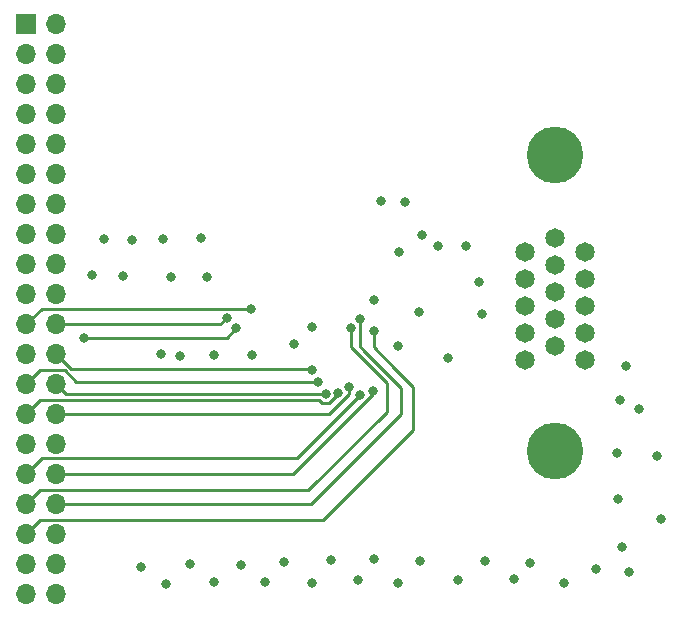
<source format=gbr>
%TF.GenerationSoftware,KiCad,Pcbnew,7.0.7*%
%TF.CreationDate,2023-11-25T23:50:18-06:00*%
%TF.ProjectId,DAC2DE0,44414332-4445-4302-9e6b-696361645f70,rev?*%
%TF.SameCoordinates,Original*%
%TF.FileFunction,Copper,L4,Bot*%
%TF.FilePolarity,Positive*%
%FSLAX46Y46*%
G04 Gerber Fmt 4.6, Leading zero omitted, Abs format (unit mm)*
G04 Created by KiCad (PCBNEW 7.0.7) date 2023-11-25 23:50:18*
%MOMM*%
%LPD*%
G01*
G04 APERTURE LIST*
%TA.AperFunction,ComponentPad*%
%ADD10R,1.700000X1.700000*%
%TD*%
%TA.AperFunction,ComponentPad*%
%ADD11O,1.700000X1.700000*%
%TD*%
%TA.AperFunction,ComponentPad*%
%ADD12C,4.800000*%
%TD*%
%TA.AperFunction,ComponentPad*%
%ADD13C,1.650000*%
%TD*%
%TA.AperFunction,ViaPad*%
%ADD14C,0.800000*%
%TD*%
%TA.AperFunction,Conductor*%
%ADD15C,0.250000*%
%TD*%
G04 APERTURE END LIST*
D10*
%TO.P,J3,1,Pin_1*%
%TO.N,/R0*%
X163474400Y-74117200D03*
D11*
%TO.P,J3,2,Pin_2*%
%TO.N,/R1*%
X166014400Y-74117200D03*
%TO.P,J3,3,Pin_3*%
%TO.N,/R2*%
X163474400Y-76657200D03*
%TO.P,J3,4,Pin_4*%
%TO.N,/R3*%
X166014400Y-76657200D03*
%TO.P,J3,5,Pin_5*%
%TO.N,/R4*%
X163474400Y-79197200D03*
%TO.P,J3,6,Pin_6*%
%TO.N,/R5*%
X166014400Y-79197200D03*
%TO.P,J3,7,Pin_7*%
%TO.N,/R6*%
X163474400Y-81737200D03*
%TO.P,J3,8,Pin_8*%
%TO.N,/R7*%
X166014400Y-81737200D03*
%TO.P,J3,9,Pin_9*%
%TO.N,/R8*%
X163474400Y-84277200D03*
%TO.P,J3,10,Pin_10*%
%TO.N,/R9*%
X166014400Y-84277200D03*
%TO.P,J3,11,Pin_11*%
%TO.N,unconnected-(J3-Pin_11-Pad11)*%
X163474400Y-86817200D03*
%TO.P,J3,12,Pin_12*%
%TO.N,GND*%
X166014400Y-86817200D03*
%TO.P,J3,13,Pin_13*%
%TO.N,/G0*%
X163474400Y-89357200D03*
%TO.P,J3,14,Pin_14*%
%TO.N,/G1*%
X166014400Y-89357200D03*
%TO.P,J3,15,Pin_15*%
%TO.N,/G2*%
X163474400Y-91897200D03*
%TO.P,J3,16,Pin_16*%
%TO.N,/G3*%
X166014400Y-91897200D03*
%TO.P,J3,17,Pin_17*%
%TO.N,/G4*%
X163474400Y-94437200D03*
%TO.P,J3,18,Pin_18*%
%TO.N,/G5*%
X166014400Y-94437200D03*
%TO.P,J3,19,Pin_19*%
%TO.N,/PCLK*%
X163474400Y-96977200D03*
%TO.P,J3,20,Pin_20*%
%TO.N,/G6*%
X166014400Y-96977200D03*
%TO.P,J3,21,Pin_21*%
%TO.N,/G7*%
X163474400Y-99517200D03*
%TO.P,J3,22,Pin_22*%
%TO.N,/G8*%
X166014400Y-99517200D03*
%TO.P,J3,23,Pin_23*%
%TO.N,/G9*%
X163474400Y-102057200D03*
%TO.P,J3,24,Pin_24*%
%TO.N,/B0*%
X166014400Y-102057200D03*
%TO.P,J3,25,Pin_25*%
%TO.N,/B1*%
X163474400Y-104597200D03*
%TO.P,J3,26,Pin_26*%
%TO.N,/B2*%
X166014400Y-104597200D03*
%TO.P,J3,27,Pin_27*%
%TO.N,/B3*%
X163474400Y-107137200D03*
%TO.P,J3,28,Pin_28*%
%TO.N,/B4*%
X166014400Y-107137200D03*
%TO.P,J3,29,Pin_29*%
%TO.N,+3.3V*%
X163474400Y-109677200D03*
%TO.P,J3,30,Pin_30*%
%TO.N,GND*%
X166014400Y-109677200D03*
%TO.P,J3,31,Pin_31*%
%TO.N,/B5*%
X163474400Y-112217200D03*
%TO.P,J3,32,Pin_32*%
%TO.N,/B6*%
X166014400Y-112217200D03*
%TO.P,J3,33,Pin_33*%
%TO.N,/B7*%
X163474400Y-114757200D03*
%TO.P,J3,34,Pin_34*%
%TO.N,/B8*%
X166014400Y-114757200D03*
%TO.P,J3,35,Pin_35*%
%TO.N,/B9*%
X163474400Y-117297200D03*
%TO.P,J3,36,Pin_36*%
%TO.N,/BLK*%
X166014400Y-117297200D03*
%TO.P,J3,37,Pin_37*%
%TO.N,unconnected-(J3-Pin_37-Pad37)*%
X163474400Y-119837200D03*
%TO.P,J3,38,Pin_38*%
%TO.N,unconnected-(J3-Pin_38-Pad38)*%
X166014400Y-119837200D03*
%TO.P,J3,39,Pin_39*%
%TO.N,/VSYNC*%
X163474400Y-122377200D03*
%TO.P,J3,40,Pin_40*%
%TO.N,/HSYNC*%
X166014400Y-122377200D03*
%TD*%
D12*
%TO.P,J1,MH2,MH2*%
%TO.N,GND*%
X208280000Y-110214800D03*
%TO.P,J1,MH1,MH1*%
X208280000Y-85224800D03*
D13*
%TO.P,J1,15,15*%
%TO.N,unconnected-(J1-Pad15)*%
X210820000Y-102549800D03*
%TO.P,J1,14,14*%
%TO.N,Net-(J1-Pad14)*%
X210820000Y-100259800D03*
%TO.P,J1,13,13*%
%TO.N,Net-(J1-Pad13)*%
X210820000Y-97969800D03*
%TO.P,J1,12,12*%
%TO.N,unconnected-(J1-Pad12)*%
X210820000Y-95679800D03*
%TO.P,J1,11,11*%
%TO.N,unconnected-(J1-Pad11)*%
X210820000Y-93389800D03*
%TO.P,J1,10,10*%
%TO.N,GND*%
X208280000Y-101404800D03*
%TO.P,J1,9,9*%
%TO.N,unconnected-(J1-Pad9)*%
X208280000Y-99114800D03*
%TO.P,J1,8,8*%
%TO.N,GND*%
X208280000Y-96824800D03*
%TO.P,J1,7,7*%
X208280000Y-94534800D03*
%TO.P,J1,6,6*%
X208280000Y-92244800D03*
%TO.P,J1,5,5*%
X205740000Y-102549800D03*
%TO.P,J1,4,4*%
%TO.N,unconnected-(J1-Pad4)*%
X205740000Y-100259800D03*
%TO.P,J1,3,3*%
%TO.N,/BLUE*%
X205740000Y-97969800D03*
%TO.P,J1,2,2*%
%TO.N,/GREEN*%
X205740000Y-95679800D03*
%TO.P,J1,1,1*%
%TO.N,/RED*%
X205740000Y-93389800D03*
%TD*%
D14*
%TO.N,GND*%
X195072000Y-93421200D03*
X201828400Y-95910400D03*
X214223600Y-103022400D03*
X213766400Y-105968800D03*
X215392000Y-106730800D03*
X213512400Y-110439200D03*
X216865200Y-110642400D03*
X213614000Y-114300000D03*
X217220800Y-115976400D03*
X213918800Y-118364000D03*
X214528400Y-120497600D03*
X211683600Y-120243600D03*
X209042000Y-121412000D03*
X206146400Y-119735600D03*
X204774800Y-121107200D03*
X202336400Y-119532400D03*
X199999600Y-121208800D03*
X196850000Y-119583200D03*
X194970400Y-121462800D03*
X192938400Y-119380000D03*
X191566800Y-121208800D03*
X189280800Y-119481600D03*
X187655200Y-121412000D03*
X185318400Y-119684800D03*
X183692800Y-121310400D03*
X181660800Y-119888000D03*
X179374800Y-121310400D03*
X177342800Y-119837200D03*
X175310800Y-121513600D03*
X173177200Y-120091200D03*
X172466000Y-92405200D03*
X170078400Y-92303600D03*
X175056800Y-92303600D03*
X178257200Y-92252800D03*
X178765200Y-95554800D03*
X175717200Y-95504000D03*
X171704000Y-95402400D03*
X169062400Y-95351600D03*
X182575200Y-102108000D03*
X179374800Y-102158800D03*
X176479200Y-102209600D03*
%TO.N,/BLK*%
X187706000Y-99771200D03*
%TO.N,GND*%
X186182000Y-101205100D03*
%TO.N,+3.3V*%
X174904400Y-102006400D03*
%TO.N,/B9*%
X192872900Y-100076000D03*
%TO.N,/B8*%
X191719200Y-99060000D03*
%TO.N,/B7*%
X190957200Y-99872800D03*
%TO.N,/B6*%
X192836800Y-105206800D03*
%TO.N,/B5*%
X191770000Y-105508100D03*
%TO.N,/B4*%
X190784382Y-104861409D03*
%TO.N,/B3*%
X189890400Y-105308400D03*
%TO.N,/B2*%
X188823600Y-105460800D03*
%TO.N,/B1*%
X188214000Y-104394000D03*
%TO.N,/B0*%
X187706000Y-103378000D03*
%TO.N,/G9*%
X181254400Y-99872800D03*
X168402000Y-100685600D03*
%TO.N,/G8*%
X180441600Y-98958400D03*
%TO.N,/G7*%
X182524400Y-98196400D03*
%TO.N,GND*%
X192887600Y-97485200D03*
%TO.N,+3.3V*%
X196748400Y-98501200D03*
X198374000Y-92862400D03*
X196951600Y-91998800D03*
X193548000Y-89052400D03*
%TO.N,GND*%
X195529200Y-89204800D03*
X200710800Y-92862400D03*
X194919600Y-101396800D03*
X199186800Y-102362000D03*
X202031600Y-98653600D03*
%TD*%
D15*
%TO.N,/B9*%
X192872900Y-101483700D02*
X192872900Y-100076000D01*
X194716400Y-103327200D02*
X192872900Y-101483700D01*
X196189600Y-104800400D02*
X194716400Y-103327200D01*
X196189600Y-108508800D02*
X196189600Y-104800400D01*
X188576200Y-116122200D02*
X196189600Y-108508800D01*
X164649400Y-116122200D02*
X188576200Y-116122200D01*
X163474400Y-117297200D02*
X164649400Y-116122200D01*
%TO.N,/B8*%
X191719200Y-101396800D02*
X191719200Y-99060000D01*
X192074800Y-101752400D02*
X191719200Y-101396800D01*
X195224400Y-107137200D02*
X195224400Y-104902000D01*
X187604400Y-114757200D02*
X195224400Y-107137200D01*
X166014400Y-114757200D02*
X187604400Y-114757200D01*
X195224400Y-104902000D02*
X192074800Y-101752400D01*
%TO.N,/B7*%
X192176400Y-102666800D02*
X190957200Y-101447600D01*
X194005200Y-104495600D02*
X192176400Y-102666800D01*
X187357000Y-113582200D02*
X194005200Y-106934000D01*
X194005200Y-106934000D02*
X194005200Y-104495600D01*
X190957200Y-101447600D02*
X190957200Y-99872800D01*
X164649400Y-113582200D02*
X187357000Y-113582200D01*
X163474400Y-114757200D02*
X164649400Y-113582200D01*
%TO.N,/B6*%
X192836800Y-105466605D02*
X192836800Y-105206800D01*
X186086205Y-112217200D02*
X192836800Y-105466605D01*
X166014400Y-112217200D02*
X186086205Y-112217200D01*
%TO.N,/B5*%
X186425900Y-110852200D02*
X191770000Y-105508100D01*
X164839400Y-110852200D02*
X186425900Y-110852200D01*
X163474400Y-112217200D02*
X164839400Y-110852200D01*
%TO.N,/B4*%
X190784382Y-105439723D02*
X190784382Y-104861409D01*
X189086905Y-107137200D02*
X190784382Y-105439723D01*
X166014400Y-107137200D02*
X189086905Y-107137200D01*
%TO.N,/B3*%
X189123905Y-106185800D02*
X189890400Y-105419305D01*
X188523295Y-106185800D02*
X189123905Y-106185800D01*
X188299695Y-105962200D02*
X188523295Y-106185800D01*
X164649400Y-105962200D02*
X188299695Y-105962200D01*
X189890400Y-105419305D02*
X189890400Y-105308400D01*
X163474400Y-107137200D02*
X164649400Y-105962200D01*
%TO.N,/B2*%
X166878000Y-105460800D02*
X188823600Y-105460800D01*
X166014400Y-104597200D02*
X166878000Y-105460800D01*
%TO.N,/B1*%
X167714804Y-104394000D02*
X188214000Y-104394000D01*
X166743004Y-103422200D02*
X167714804Y-104394000D01*
X164649400Y-103422200D02*
X166743004Y-103422200D01*
X163474400Y-104597200D02*
X164649400Y-103422200D01*
%TO.N,/B0*%
X187655200Y-103327200D02*
X187706000Y-103378000D01*
X171551600Y-103327200D02*
X187655200Y-103327200D01*
X167284400Y-103327200D02*
X171551600Y-103327200D01*
X166014400Y-102057200D02*
X167284400Y-103327200D01*
%TO.N,/G9*%
X168402000Y-100685600D02*
X180441600Y-100685600D01*
X180441600Y-100685600D02*
X181254400Y-99872800D01*
%TO.N,/G8*%
X179882800Y-99517200D02*
X180441600Y-98958400D01*
X166014400Y-99517200D02*
X179882800Y-99517200D01*
%TO.N,/G7*%
X164795200Y-98196400D02*
X182524400Y-98196400D01*
X163474400Y-99517200D02*
X164795200Y-98196400D01*
%TD*%
M02*

</source>
